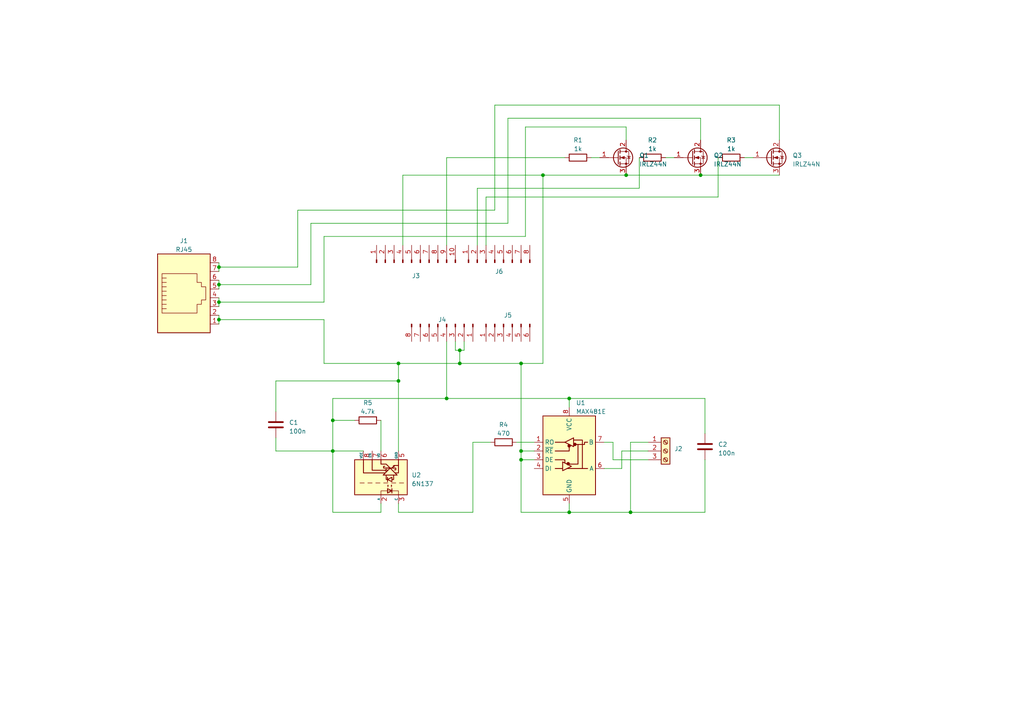
<source format=kicad_sch>
(kicad_sch (version 20230121) (generator eeschema)

  (uuid 1a0e8450-7cd1-48c4-a620-76bc1dbc1086)

  (paper "A4")

  (lib_symbols
    (symbol "Connector:Conn_01x06_Pin" (pin_names (offset 1.016) hide) (in_bom yes) (on_board yes)
      (property "Reference" "J" (at 0 7.62 0)
        (effects (font (size 1.27 1.27)))
      )
      (property "Value" "Conn_01x06_Pin" (at 0 -10.16 0)
        (effects (font (size 1.27 1.27)))
      )
      (property "Footprint" "" (at 0 0 0)
        (effects (font (size 1.27 1.27)) hide)
      )
      (property "Datasheet" "~" (at 0 0 0)
        (effects (font (size 1.27 1.27)) hide)
      )
      (property "ki_locked" "" (at 0 0 0)
        (effects (font (size 1.27 1.27)))
      )
      (property "ki_keywords" "connector" (at 0 0 0)
        (effects (font (size 1.27 1.27)) hide)
      )
      (property "ki_description" "Generic connector, single row, 01x06, script generated" (at 0 0 0)
        (effects (font (size 1.27 1.27)) hide)
      )
      (property "ki_fp_filters" "Connector*:*_1x??_*" (at 0 0 0)
        (effects (font (size 1.27 1.27)) hide)
      )
      (symbol "Conn_01x06_Pin_1_1"
        (polyline
          (pts
            (xy 1.27 -7.62)
            (xy 0.8636 -7.62)
          )
          (stroke (width 0.1524) (type default))
          (fill (type none))
        )
        (polyline
          (pts
            (xy 1.27 -5.08)
            (xy 0.8636 -5.08)
          )
          (stroke (width 0.1524) (type default))
          (fill (type none))
        )
        (polyline
          (pts
            (xy 1.27 -2.54)
            (xy 0.8636 -2.54)
          )
          (stroke (width 0.1524) (type default))
          (fill (type none))
        )
        (polyline
          (pts
            (xy 1.27 0)
            (xy 0.8636 0)
          )
          (stroke (width 0.1524) (type default))
          (fill (type none))
        )
        (polyline
          (pts
            (xy 1.27 2.54)
            (xy 0.8636 2.54)
          )
          (stroke (width 0.1524) (type default))
          (fill (type none))
        )
        (polyline
          (pts
            (xy 1.27 5.08)
            (xy 0.8636 5.08)
          )
          (stroke (width 0.1524) (type default))
          (fill (type none))
        )
        (rectangle (start 0.8636 -7.493) (end 0 -7.747)
          (stroke (width 0.1524) (type default))
          (fill (type outline))
        )
        (rectangle (start 0.8636 -4.953) (end 0 -5.207)
          (stroke (width 0.1524) (type default))
          (fill (type outline))
        )
        (rectangle (start 0.8636 -2.413) (end 0 -2.667)
          (stroke (width 0.1524) (type default))
          (fill (type outline))
        )
        (rectangle (start 0.8636 0.127) (end 0 -0.127)
          (stroke (width 0.1524) (type default))
          (fill (type outline))
        )
        (rectangle (start 0.8636 2.667) (end 0 2.413)
          (stroke (width 0.1524) (type default))
          (fill (type outline))
        )
        (rectangle (start 0.8636 5.207) (end 0 4.953)
          (stroke (width 0.1524) (type default))
          (fill (type outline))
        )
        (pin passive line (at 5.08 5.08 180) (length 3.81)
          (name "Pin_1" (effects (font (size 1.27 1.27))))
          (number "1" (effects (font (size 1.27 1.27))))
        )
        (pin passive line (at 5.08 2.54 180) (length 3.81)
          (name "Pin_2" (effects (font (size 1.27 1.27))))
          (number "2" (effects (font (size 1.27 1.27))))
        )
        (pin passive line (at 5.08 0 180) (length 3.81)
          (name "Pin_3" (effects (font (size 1.27 1.27))))
          (number "3" (effects (font (size 1.27 1.27))))
        )
        (pin passive line (at 5.08 -2.54 180) (length 3.81)
          (name "Pin_4" (effects (font (size 1.27 1.27))))
          (number "4" (effects (font (size 1.27 1.27))))
        )
        (pin passive line (at 5.08 -5.08 180) (length 3.81)
          (name "Pin_5" (effects (font (size 1.27 1.27))))
          (number "5" (effects (font (size 1.27 1.27))))
        )
        (pin passive line (at 5.08 -7.62 180) (length 3.81)
          (name "Pin_6" (effects (font (size 1.27 1.27))))
          (number "6" (effects (font (size 1.27 1.27))))
        )
      )
    )
    (symbol "Connector:Conn_01x08_Pin" (pin_names (offset 1.016) hide) (in_bom yes) (on_board yes)
      (property "Reference" "J" (at 0 10.16 0)
        (effects (font (size 1.27 1.27)))
      )
      (property "Value" "Conn_01x08_Pin" (at 0 -12.7 0)
        (effects (font (size 1.27 1.27)))
      )
      (property "Footprint" "" (at 0 0 0)
        (effects (font (size 1.27 1.27)) hide)
      )
      (property "Datasheet" "~" (at 0 0 0)
        (effects (font (size 1.27 1.27)) hide)
      )
      (property "ki_locked" "" (at 0 0 0)
        (effects (font (size 1.27 1.27)))
      )
      (property "ki_keywords" "connector" (at 0 0 0)
        (effects (font (size 1.27 1.27)) hide)
      )
      (property "ki_description" "Generic connector, single row, 01x08, script generated" (at 0 0 0)
        (effects (font (size 1.27 1.27)) hide)
      )
      (property "ki_fp_filters" "Connector*:*_1x??_*" (at 0 0 0)
        (effects (font (size 1.27 1.27)) hide)
      )
      (symbol "Conn_01x08_Pin_1_1"
        (polyline
          (pts
            (xy 1.27 -10.16)
            (xy 0.8636 -10.16)
          )
          (stroke (width 0.1524) (type default))
          (fill (type none))
        )
        (polyline
          (pts
            (xy 1.27 -7.62)
            (xy 0.8636 -7.62)
          )
          (stroke (width 0.1524) (type default))
          (fill (type none))
        )
        (polyline
          (pts
            (xy 1.27 -5.08)
            (xy 0.8636 -5.08)
          )
          (stroke (width 0.1524) (type default))
          (fill (type none))
        )
        (polyline
          (pts
            (xy 1.27 -2.54)
            (xy 0.8636 -2.54)
          )
          (stroke (width 0.1524) (type default))
          (fill (type none))
        )
        (polyline
          (pts
            (xy 1.27 0)
            (xy 0.8636 0)
          )
          (stroke (width 0.1524) (type default))
          (fill (type none))
        )
        (polyline
          (pts
            (xy 1.27 2.54)
            (xy 0.8636 2.54)
          )
          (stroke (width 0.1524) (type default))
          (fill (type none))
        )
        (polyline
          (pts
            (xy 1.27 5.08)
            (xy 0.8636 5.08)
          )
          (stroke (width 0.1524) (type default))
          (fill (type none))
        )
        (polyline
          (pts
            (xy 1.27 7.62)
            (xy 0.8636 7.62)
          )
          (stroke (width 0.1524) (type default))
          (fill (type none))
        )
        (rectangle (start 0.8636 -10.033) (end 0 -10.287)
          (stroke (width 0.1524) (type default))
          (fill (type outline))
        )
        (rectangle (start 0.8636 -7.493) (end 0 -7.747)
          (stroke (width 0.1524) (type default))
          (fill (type outline))
        )
        (rectangle (start 0.8636 -4.953) (end 0 -5.207)
          (stroke (width 0.1524) (type default))
          (fill (type outline))
        )
        (rectangle (start 0.8636 -2.413) (end 0 -2.667)
          (stroke (width 0.1524) (type default))
          (fill (type outline))
        )
        (rectangle (start 0.8636 0.127) (end 0 -0.127)
          (stroke (width 0.1524) (type default))
          (fill (type outline))
        )
        (rectangle (start 0.8636 2.667) (end 0 2.413)
          (stroke (width 0.1524) (type default))
          (fill (type outline))
        )
        (rectangle (start 0.8636 5.207) (end 0 4.953)
          (stroke (width 0.1524) (type default))
          (fill (type outline))
        )
        (rectangle (start 0.8636 7.747) (end 0 7.493)
          (stroke (width 0.1524) (type default))
          (fill (type outline))
        )
        (pin passive line (at 5.08 7.62 180) (length 3.81)
          (name "Pin_1" (effects (font (size 1.27 1.27))))
          (number "1" (effects (font (size 1.27 1.27))))
        )
        (pin passive line (at 5.08 5.08 180) (length 3.81)
          (name "Pin_2" (effects (font (size 1.27 1.27))))
          (number "2" (effects (font (size 1.27 1.27))))
        )
        (pin passive line (at 5.08 2.54 180) (length 3.81)
          (name "Pin_3" (effects (font (size 1.27 1.27))))
          (number "3" (effects (font (size 1.27 1.27))))
        )
        (pin passive line (at 5.08 0 180) (length 3.81)
          (name "Pin_4" (effects (font (size 1.27 1.27))))
          (number "4" (effects (font (size 1.27 1.27))))
        )
        (pin passive line (at 5.08 -2.54 180) (length 3.81)
          (name "Pin_5" (effects (font (size 1.27 1.27))))
          (number "5" (effects (font (size 1.27 1.27))))
        )
        (pin passive line (at 5.08 -5.08 180) (length 3.81)
          (name "Pin_6" (effects (font (size 1.27 1.27))))
          (number "6" (effects (font (size 1.27 1.27))))
        )
        (pin passive line (at 5.08 -7.62 180) (length 3.81)
          (name "Pin_7" (effects (font (size 1.27 1.27))))
          (number "7" (effects (font (size 1.27 1.27))))
        )
        (pin passive line (at 5.08 -10.16 180) (length 3.81)
          (name "Pin_8" (effects (font (size 1.27 1.27))))
          (number "8" (effects (font (size 1.27 1.27))))
        )
      )
    )
    (symbol "Connector:Conn_01x10_Pin" (pin_names (offset 1.016) hide) (in_bom yes) (on_board yes)
      (property "Reference" "J" (at 0 12.7 0)
        (effects (font (size 1.27 1.27)))
      )
      (property "Value" "Conn_01x10_Pin" (at 0 -15.24 0)
        (effects (font (size 1.27 1.27)))
      )
      (property "Footprint" "" (at 0 0 0)
        (effects (font (size 1.27 1.27)) hide)
      )
      (property "Datasheet" "~" (at 0 0 0)
        (effects (font (size 1.27 1.27)) hide)
      )
      (property "ki_locked" "" (at 0 0 0)
        (effects (font (size 1.27 1.27)))
      )
      (property "ki_keywords" "connector" (at 0 0 0)
        (effects (font (size 1.27 1.27)) hide)
      )
      (property "ki_description" "Generic connector, single row, 01x10, script generated" (at 0 0 0)
        (effects (font (size 1.27 1.27)) hide)
      )
      (property "ki_fp_filters" "Connector*:*_1x??_*" (at 0 0 0)
        (effects (font (size 1.27 1.27)) hide)
      )
      (symbol "Conn_01x10_Pin_1_1"
        (polyline
          (pts
            (xy 1.27 -12.7)
            (xy 0.8636 -12.7)
          )
          (stroke (width 0.1524) (type default))
          (fill (type none))
        )
        (polyline
          (pts
            (xy 1.27 -10.16)
            (xy 0.8636 -10.16)
          )
          (stroke (width 0.1524) (type default))
          (fill (type none))
        )
        (polyline
          (pts
            (xy 1.27 -7.62)
            (xy 0.8636 -7.62)
          )
          (stroke (width 0.1524) (type default))
          (fill (type none))
        )
        (polyline
          (pts
            (xy 1.27 -5.08)
            (xy 0.8636 -5.08)
          )
          (stroke (width 0.1524) (type default))
          (fill (type none))
        )
        (polyline
          (pts
            (xy 1.27 -2.54)
            (xy 0.8636 -2.54)
          )
          (stroke (width 0.1524) (type default))
          (fill (type none))
        )
        (polyline
          (pts
            (xy 1.27 0)
            (xy 0.8636 0)
          )
          (stroke (width 0.1524) (type default))
          (fill (type none))
        )
        (polyline
          (pts
            (xy 1.27 2.54)
            (xy 0.8636 2.54)
          )
          (stroke (width 0.1524) (type default))
          (fill (type none))
        )
        (polyline
          (pts
            (xy 1.27 5.08)
            (xy 0.8636 5.08)
          )
          (stroke (width 0.1524) (type default))
          (fill (type none))
        )
        (polyline
          (pts
            (xy 1.27 7.62)
            (xy 0.8636 7.62)
          )
          (stroke (width 0.1524) (type default))
          (fill (type none))
        )
        (polyline
          (pts
            (xy 1.27 10.16)
            (xy 0.8636 10.16)
          )
          (stroke (width 0.1524) (type default))
          (fill (type none))
        )
        (rectangle (start 0.8636 -12.573) (end 0 -12.827)
          (stroke (width 0.1524) (type default))
          (fill (type outline))
        )
        (rectangle (start 0.8636 -10.033) (end 0 -10.287)
          (stroke (width 0.1524) (type default))
          (fill (type outline))
        )
        (rectangle (start 0.8636 -7.493) (end 0 -7.747)
          (stroke (width 0.1524) (type default))
          (fill (type outline))
        )
        (rectangle (start 0.8636 -4.953) (end 0 -5.207)
          (stroke (width 0.1524) (type default))
          (fill (type outline))
        )
        (rectangle (start 0.8636 -2.413) (end 0 -2.667)
          (stroke (width 0.1524) (type default))
          (fill (type outline))
        )
        (rectangle (start 0.8636 0.127) (end 0 -0.127)
          (stroke (width 0.1524) (type default))
          (fill (type outline))
        )
        (rectangle (start 0.8636 2.667) (end 0 2.413)
          (stroke (width 0.1524) (type default))
          (fill (type outline))
        )
        (rectangle (start 0.8636 5.207) (end 0 4.953)
          (stroke (width 0.1524) (type default))
          (fill (type outline))
        )
        (rectangle (start 0.8636 7.747) (end 0 7.493)
          (stroke (width 0.1524) (type default))
          (fill (type outline))
        )
        (rectangle (start 0.8636 10.287) (end 0 10.033)
          (stroke (width 0.1524) (type default))
          (fill (type outline))
        )
        (pin passive line (at 5.08 10.16 180) (length 3.81)
          (name "Pin_1" (effects (font (size 1.27 1.27))))
          (number "1" (effects (font (size 1.27 1.27))))
        )
        (pin passive line (at 5.08 -12.7 180) (length 3.81)
          (name "Pin_10" (effects (font (size 1.27 1.27))))
          (number "10" (effects (font (size 1.27 1.27))))
        )
        (pin passive line (at 5.08 7.62 180) (length 3.81)
          (name "Pin_2" (effects (font (size 1.27 1.27))))
          (number "2" (effects (font (size 1.27 1.27))))
        )
        (pin passive line (at 5.08 5.08 180) (length 3.81)
          (name "Pin_3" (effects (font (size 1.27 1.27))))
          (number "3" (effects (font (size 1.27 1.27))))
        )
        (pin passive line (at 5.08 2.54 180) (length 3.81)
          (name "Pin_4" (effects (font (size 1.27 1.27))))
          (number "4" (effects (font (size 1.27 1.27))))
        )
        (pin passive line (at 5.08 0 180) (length 3.81)
          (name "Pin_5" (effects (font (size 1.27 1.27))))
          (number "5" (effects (font (size 1.27 1.27))))
        )
        (pin passive line (at 5.08 -2.54 180) (length 3.81)
          (name "Pin_6" (effects (font (size 1.27 1.27))))
          (number "6" (effects (font (size 1.27 1.27))))
        )
        (pin passive line (at 5.08 -5.08 180) (length 3.81)
          (name "Pin_7" (effects (font (size 1.27 1.27))))
          (number "7" (effects (font (size 1.27 1.27))))
        )
        (pin passive line (at 5.08 -7.62 180) (length 3.81)
          (name "Pin_8" (effects (font (size 1.27 1.27))))
          (number "8" (effects (font (size 1.27 1.27))))
        )
        (pin passive line (at 5.08 -10.16 180) (length 3.81)
          (name "Pin_9" (effects (font (size 1.27 1.27))))
          (number "9" (effects (font (size 1.27 1.27))))
        )
      )
    )
    (symbol "Connector:RJ45" (pin_names (offset 1.016)) (in_bom yes) (on_board yes)
      (property "Reference" "J" (at -5.08 13.97 0)
        (effects (font (size 1.27 1.27)) (justify right))
      )
      (property "Value" "RJ45" (at 2.54 13.97 0)
        (effects (font (size 1.27 1.27)) (justify left))
      )
      (property "Footprint" "" (at 0 0.635 90)
        (effects (font (size 1.27 1.27)) hide)
      )
      (property "Datasheet" "~" (at 0 0.635 90)
        (effects (font (size 1.27 1.27)) hide)
      )
      (property "ki_keywords" "8P8C RJ socket connector" (at 0 0 0)
        (effects (font (size 1.27 1.27)) hide)
      )
      (property "ki_description" "RJ connector, 8P8C (8 positions 8 connected)" (at 0 0 0)
        (effects (font (size 1.27 1.27)) hide)
      )
      (property "ki_fp_filters" "8P8C* RJ31* RJ32* RJ33* RJ34* RJ35* RJ41* RJ45* RJ49* RJ61*" (at 0 0 0)
        (effects (font (size 1.27 1.27)) hide)
      )
      (symbol "RJ45_0_1"
        (polyline
          (pts
            (xy -5.08 4.445)
            (xy -6.35 4.445)
          )
          (stroke (width 0) (type default))
          (fill (type none))
        )
        (polyline
          (pts
            (xy -5.08 5.715)
            (xy -6.35 5.715)
          )
          (stroke (width 0) (type default))
          (fill (type none))
        )
        (polyline
          (pts
            (xy -6.35 -3.175)
            (xy -5.08 -3.175)
            (xy -5.08 -3.175)
          )
          (stroke (width 0) (type default))
          (fill (type none))
        )
        (polyline
          (pts
            (xy -6.35 -1.905)
            (xy -5.08 -1.905)
            (xy -5.08 -1.905)
          )
          (stroke (width 0) (type default))
          (fill (type none))
        )
        (polyline
          (pts
            (xy -6.35 -0.635)
            (xy -5.08 -0.635)
            (xy -5.08 -0.635)
          )
          (stroke (width 0) (type default))
          (fill (type none))
        )
        (polyline
          (pts
            (xy -6.35 0.635)
            (xy -5.08 0.635)
            (xy -5.08 0.635)
          )
          (stroke (width 0) (type default))
          (fill (type none))
        )
        (polyline
          (pts
            (xy -6.35 1.905)
            (xy -5.08 1.905)
            (xy -5.08 1.905)
          )
          (stroke (width 0) (type default))
          (fill (type none))
        )
        (polyline
          (pts
            (xy -5.08 3.175)
            (xy -6.35 3.175)
            (xy -6.35 3.175)
          )
          (stroke (width 0) (type default))
          (fill (type none))
        )
        (polyline
          (pts
            (xy -6.35 -4.445)
            (xy -6.35 6.985)
            (xy 3.81 6.985)
            (xy 3.81 4.445)
            (xy 5.08 4.445)
            (xy 5.08 3.175)
            (xy 6.35 3.175)
            (xy 6.35 -0.635)
            (xy 5.08 -0.635)
            (xy 5.08 -1.905)
            (xy 3.81 -1.905)
            (xy 3.81 -4.445)
            (xy -6.35 -4.445)
            (xy -6.35 -4.445)
          )
          (stroke (width 0) (type default))
          (fill (type none))
        )
        (rectangle (start 7.62 12.7) (end -7.62 -10.16)
          (stroke (width 0.254) (type default))
          (fill (type background))
        )
      )
      (symbol "RJ45_1_1"
        (pin passive line (at 10.16 -7.62 180) (length 2.54)
          (name "~" (effects (font (size 1.27 1.27))))
          (number "1" (effects (font (size 1.27 1.27))))
        )
        (pin passive line (at 10.16 -5.08 180) (length 2.54)
          (name "~" (effects (font (size 1.27 1.27))))
          (number "2" (effects (font (size 1.27 1.27))))
        )
        (pin passive line (at 10.16 -2.54 180) (length 2.54)
          (name "~" (effects (font (size 1.27 1.27))))
          (number "3" (effects (font (size 1.27 1.27))))
        )
        (pin passive line (at 10.16 0 180) (length 2.54)
          (name "~" (effects (font (size 1.27 1.27))))
          (number "4" (effects (font (size 1.27 1.27))))
        )
        (pin passive line (at 10.16 2.54 180) (length 2.54)
          (name "~" (effects (font (size 1.27 1.27))))
          (number "5" (effects (font (size 1.27 1.27))))
        )
        (pin passive line (at 10.16 5.08 180) (length 2.54)
          (name "~" (effects (font (size 1.27 1.27))))
          (number "6" (effects (font (size 1.27 1.27))))
        )
        (pin passive line (at 10.16 7.62 180) (length 2.54)
          (name "~" (effects (font (size 1.27 1.27))))
          (number "7" (effects (font (size 1.27 1.27))))
        )
        (pin passive line (at 10.16 10.16 180) (length 2.54)
          (name "~" (effects (font (size 1.27 1.27))))
          (number "8" (effects (font (size 1.27 1.27))))
        )
      )
    )
    (symbol "Connector:Screw_Terminal_01x03" (pin_names (offset 1.016) hide) (in_bom yes) (on_board yes)
      (property "Reference" "J" (at 0 5.08 0)
        (effects (font (size 1.27 1.27)))
      )
      (property "Value" "Screw_Terminal_01x03" (at 0 -5.08 0)
        (effects (font (size 1.27 1.27)))
      )
      (property "Footprint" "" (at 0 0 0)
        (effects (font (size 1.27 1.27)) hide)
      )
      (property "Datasheet" "~" (at 0 0 0)
        (effects (font (size 1.27 1.27)) hide)
      )
      (property "ki_keywords" "screw terminal" (at 0 0 0)
        (effects (font (size 1.27 1.27)) hide)
      )
      (property "ki_description" "Generic screw terminal, single row, 01x03, script generated (kicad-library-utils/schlib/autogen/connector/)" (at 0 0 0)
        (effects (font (size 1.27 1.27)) hide)
      )
      (property "ki_fp_filters" "TerminalBlock*:*" (at 0 0 0)
        (effects (font (size 1.27 1.27)) hide)
      )
      (symbol "Screw_Terminal_01x03_1_1"
        (rectangle (start -1.27 3.81) (end 1.27 -3.81)
          (stroke (width 0.254) (type default))
          (fill (type background))
        )
        (circle (center 0 -2.54) (radius 0.635)
          (stroke (width 0.1524) (type default))
          (fill (type none))
        )
        (polyline
          (pts
            (xy -0.5334 -2.2098)
            (xy 0.3302 -3.048)
          )
          (stroke (width 0.1524) (type default))
          (fill (type none))
        )
        (polyline
          (pts
            (xy -0.5334 0.3302)
            (xy 0.3302 -0.508)
          )
          (stroke (width 0.1524) (type default))
          (fill (type none))
        )
        (polyline
          (pts
            (xy -0.5334 2.8702)
            (xy 0.3302 2.032)
          )
          (stroke (width 0.1524) (type default))
          (fill (type none))
        )
        (polyline
          (pts
            (xy -0.3556 -2.032)
            (xy 0.508 -2.8702)
          )
          (stroke (width 0.1524) (type default))
          (fill (type none))
        )
        (polyline
          (pts
            (xy -0.3556 0.508)
            (xy 0.508 -0.3302)
          )
          (stroke (width 0.1524) (type default))
          (fill (type none))
        )
        (polyline
          (pts
            (xy -0.3556 3.048)
            (xy 0.508 2.2098)
          )
          (stroke (width 0.1524) (type default))
          (fill (type none))
        )
        (circle (center 0 0) (radius 0.635)
          (stroke (width 0.1524) (type default))
          (fill (type none))
        )
        (circle (center 0 2.54) (radius 0.635)
          (stroke (width 0.1524) (type default))
          (fill (type none))
        )
        (pin passive line (at -5.08 2.54 0) (length 3.81)
          (name "Pin_1" (effects (font (size 1.27 1.27))))
          (number "1" (effects (font (size 1.27 1.27))))
        )
        (pin passive line (at -5.08 0 0) (length 3.81)
          (name "Pin_2" (effects (font (size 1.27 1.27))))
          (number "2" (effects (font (size 1.27 1.27))))
        )
        (pin passive line (at -5.08 -2.54 0) (length 3.81)
          (name "Pin_3" (effects (font (size 1.27 1.27))))
          (number "3" (effects (font (size 1.27 1.27))))
        )
      )
    )
    (symbol "Device:C" (pin_numbers hide) (pin_names (offset 0.254)) (in_bom yes) (on_board yes)
      (property "Reference" "C" (at 0.635 2.54 0)
        (effects (font (size 1.27 1.27)) (justify left))
      )
      (property "Value" "C" (at 0.635 -2.54 0)
        (effects (font (size 1.27 1.27)) (justify left))
      )
      (property "Footprint" "" (at 0.9652 -3.81 0)
        (effects (font (size 1.27 1.27)) hide)
      )
      (property "Datasheet" "~" (at 0 0 0)
        (effects (font (size 1.27 1.27)) hide)
      )
      (property "ki_keywords" "cap capacitor" (at 0 0 0)
        (effects (font (size 1.27 1.27)) hide)
      )
      (property "ki_description" "Unpolarized capacitor" (at 0 0 0)
        (effects (font (size 1.27 1.27)) hide)
      )
      (property "ki_fp_filters" "C_*" (at 0 0 0)
        (effects (font (size 1.27 1.27)) hide)
      )
      (symbol "C_0_1"
        (polyline
          (pts
            (xy -2.032 -0.762)
            (xy 2.032 -0.762)
          )
          (stroke (width 0.508) (type default))
          (fill (type none))
        )
        (polyline
          (pts
            (xy -2.032 0.762)
            (xy 2.032 0.762)
          )
          (stroke (width 0.508) (type default))
          (fill (type none))
        )
      )
      (symbol "C_1_1"
        (pin passive line (at 0 3.81 270) (length 2.794)
          (name "~" (effects (font (size 1.27 1.27))))
          (number "1" (effects (font (size 1.27 1.27))))
        )
        (pin passive line (at 0 -3.81 90) (length 2.794)
          (name "~" (effects (font (size 1.27 1.27))))
          (number "2" (effects (font (size 1.27 1.27))))
        )
      )
    )
    (symbol "Device:R" (pin_numbers hide) (pin_names (offset 0)) (in_bom yes) (on_board yes)
      (property "Reference" "R" (at 2.032 0 90)
        (effects (font (size 1.27 1.27)))
      )
      (property "Value" "R" (at 0 0 90)
        (effects (font (size 1.27 1.27)))
      )
      (property "Footprint" "" (at -1.778 0 90)
        (effects (font (size 1.27 1.27)) hide)
      )
      (property "Datasheet" "~" (at 0 0 0)
        (effects (font (size 1.27 1.27)) hide)
      )
      (property "ki_keywords" "R res resistor" (at 0 0 0)
        (effects (font (size 1.27 1.27)) hide)
      )
      (property "ki_description" "Resistor" (at 0 0 0)
        (effects (font (size 1.27 1.27)) hide)
      )
      (property "ki_fp_filters" "R_*" (at 0 0 0)
        (effects (font (size 1.27 1.27)) hide)
      )
      (symbol "R_0_1"
        (rectangle (start -1.016 -2.54) (end 1.016 2.54)
          (stroke (width 0.254) (type default))
          (fill (type none))
        )
      )
      (symbol "R_1_1"
        (pin passive line (at 0 3.81 270) (length 1.27)
          (name "~" (effects (font (size 1.27 1.27))))
          (number "1" (effects (font (size 1.27 1.27))))
        )
        (pin passive line (at 0 -3.81 90) (length 1.27)
          (name "~" (effects (font (size 1.27 1.27))))
          (number "2" (effects (font (size 1.27 1.27))))
        )
      )
    )
    (symbol "Interface_UART:MAX481E" (in_bom yes) (on_board yes)
      (property "Reference" "U" (at -6.096 11.43 0)
        (effects (font (size 1.27 1.27)))
      )
      (property "Value" "MAX481E" (at 0.762 11.43 0)
        (effects (font (size 1.27 1.27)) (justify left))
      )
      (property "Footprint" "" (at 0 -17.78 0)
        (effects (font (size 1.27 1.27)) hide)
      )
      (property "Datasheet" "https://datasheets.maximintegrated.com/en/ds/MAX1487E-MAX491E.pdf" (at 0 1.27 0)
        (effects (font (size 1.27 1.27)) hide)
      )
      (property "ki_keywords" "Half duplex RS-485/RS-422, 2.5 Mbps, ±15kV electro-static discharge (ESD) protection, no slew-rate, with low-power shutdown, with receiver/driver enable, 32 receiver drive kapacitity, DIP-8 and SOIC-8" (at 0 0 0)
        (effects (font (size 1.27 1.27)) hide)
      )
      (property "ki_description" "Half duplex RS-485/RS-422, 2.5 Mbps, ±15kV electro-static discharge (ESD) protection, no slew-rate, with low-power shutdown, with receiver/driver enable, 32 receiver drive kapacitity, DIP-8 and SOIC-8" (at 0 0 0)
        (effects (font (size 1.27 1.27)) hide)
      )
      (property "ki_fp_filters" "DIP*W7.62mm* SOIC*3.9x4.9mm*P1.27mm*" (at 0 0 0)
        (effects (font (size 1.27 1.27)) hide)
      )
      (symbol "MAX481E_0_1"
        (rectangle (start -7.62 10.16) (end 7.62 -12.7)
          (stroke (width 0.254) (type default))
          (fill (type background))
        )
        (circle (center -0.3048 -3.683) (radius 0.3556)
          (stroke (width 0.254) (type default))
          (fill (type outline))
        )
        (circle (center -0.0254 1.4986) (radius 0.3556)
          (stroke (width 0.254) (type default))
          (fill (type outline))
        )
        (polyline
          (pts
            (xy -4.064 -5.08)
            (xy -1.905 -5.08)
          )
          (stroke (width 0.254) (type default))
          (fill (type none))
        )
        (polyline
          (pts
            (xy -4.064 2.54)
            (xy -1.27 2.54)
          )
          (stroke (width 0.254) (type default))
          (fill (type none))
        )
        (polyline
          (pts
            (xy -1.27 -3.2004)
            (xy -1.27 -3.4544)
          )
          (stroke (width 0.254) (type default))
          (fill (type none))
        )
        (polyline
          (pts
            (xy -0.635 -5.08)
            (xy 5.334 -5.08)
          )
          (stroke (width 0.254) (type default))
          (fill (type none))
        )
        (polyline
          (pts
            (xy -4.064 -2.54)
            (xy -1.27 -2.54)
            (xy -1.27 -3.175)
          )
          (stroke (width 0.254) (type default))
          (fill (type none))
        )
        (polyline
          (pts
            (xy 0 1.27)
            (xy 0 0)
            (xy -4.064 0)
          )
          (stroke (width 0.254) (type default))
          (fill (type none))
        )
        (polyline
          (pts
            (xy 1.27 3.175)
            (xy 3.81 3.175)
            (xy 3.81 -5.08)
          )
          (stroke (width 0.254) (type default))
          (fill (type none))
        )
        (polyline
          (pts
            (xy 2.54 1.905)
            (xy 2.54 -3.81)
            (xy 0 -3.81)
          )
          (stroke (width 0.254) (type default))
          (fill (type none))
        )
        (polyline
          (pts
            (xy -1.905 -3.175)
            (xy -1.905 -5.715)
            (xy 0.635 -4.445)
            (xy -1.905 -3.175)
          )
          (stroke (width 0.254) (type default))
          (fill (type none))
        )
        (polyline
          (pts
            (xy -1.27 2.54)
            (xy 1.27 3.81)
            (xy 1.27 1.27)
            (xy -1.27 2.54)
          )
          (stroke (width 0.254) (type default))
          (fill (type none))
        )
        (polyline
          (pts
            (xy 1.905 1.905)
            (xy 4.445 1.905)
            (xy 4.445 2.54)
            (xy 5.334 2.54)
          )
          (stroke (width 0.254) (type default))
          (fill (type none))
        )
        (rectangle (start 1.27 3.175) (end 1.27 3.175)
          (stroke (width 0) (type default))
          (fill (type none))
        )
        (circle (center 1.651 1.905) (radius 0.3556)
          (stroke (width 0.254) (type default))
          (fill (type outline))
        )
      )
      (symbol "MAX481E_1_1"
        (pin output line (at -10.16 2.54 0) (length 2.54)
          (name "RO" (effects (font (size 1.27 1.27))))
          (number "1" (effects (font (size 1.27 1.27))))
        )
        (pin input line (at -10.16 0 0) (length 2.54)
          (name "~{RE}" (effects (font (size 1.27 1.27))))
          (number "2" (effects (font (size 1.27 1.27))))
        )
        (pin input line (at -10.16 -2.54 0) (length 2.54)
          (name "DE" (effects (font (size 1.27 1.27))))
          (number "3" (effects (font (size 1.27 1.27))))
        )
        (pin input line (at -10.16 -5.08 0) (length 2.54)
          (name "DI" (effects (font (size 1.27 1.27))))
          (number "4" (effects (font (size 1.27 1.27))))
        )
        (pin power_in line (at 0 -15.24 90) (length 2.54)
          (name "GND" (effects (font (size 1.27 1.27))))
          (number "5" (effects (font (size 1.27 1.27))))
        )
        (pin bidirectional line (at 10.16 -5.08 180) (length 2.54)
          (name "A" (effects (font (size 1.27 1.27))))
          (number "6" (effects (font (size 1.27 1.27))))
        )
        (pin bidirectional line (at 10.16 2.54 180) (length 2.54)
          (name "B" (effects (font (size 1.27 1.27))))
          (number "7" (effects (font (size 1.27 1.27))))
        )
        (pin power_in line (at 0 12.7 270) (length 2.54)
          (name "VCC" (effects (font (size 1.27 1.27))))
          (number "8" (effects (font (size 1.27 1.27))))
        )
      )
    )
    (symbol "Isolator:6N137" (pin_names (offset 0)) (in_bom yes) (on_board yes)
      (property "Reference" "U" (at -4.064 8.89 0)
        (effects (font (size 1.27 1.27)))
      )
      (property "Value" "6N137" (at 0 -8.89 0)
        (effects (font (size 1.27 1.27)))
      )
      (property "Footprint" "Package_DIP:DIP-8_W7.62mm" (at 0 -12.7 0)
        (effects (font (size 1.27 1.27)) hide)
      )
      (property "Datasheet" "https://docs.broadcom.com/docs/AV02-0940EN" (at -21.59 13.97 0)
        (effects (font (size 1.27 1.27)) hide)
      )
      (property "ki_keywords" "High speed optically coupled gates enable" (at 0 0 0)
        (effects (font (size 1.27 1.27)) hide)
      )
      (property "ki_description" "Single High Speed LSTTL/TTL Compatible Optocoupler with enable, dV/dt 1000/us, VCM 10, max 7V VCC, DIP-8" (at 0 0 0)
        (effects (font (size 1.27 1.27)) hide)
      )
      (property "ki_fp_filters" "DIP*W7.62mm*" (at 0 0 0)
        (effects (font (size 1.27 1.27)) hide)
      )
      (symbol "6N137_0_1"
        (polyline
          (pts
            (xy 2.667 -3.556)
            (xy 2.667 -1.651)
          )
          (stroke (width 0.254) (type default))
          (fill (type none))
        )
        (polyline
          (pts
            (xy 2.667 -2.159)
            (xy 2.667 -2.921)
          )
          (stroke (width 0.254) (type default))
          (fill (type none))
        )
        (polyline
          (pts
            (xy 3.429 -3.937)
            (xy 3.429 -5.08)
          )
          (stroke (width 0.254) (type default))
          (fill (type none))
        )
        (polyline
          (pts
            (xy -0.635 -3.302)
            (xy -0.635 -3.683)
            (xy 0.635 -3.683)
          )
          (stroke (width 0.254) (type default))
          (fill (type none))
        )
        (polyline
          (pts
            (xy -0.635 -1.905)
            (xy -0.635 -1.524)
            (xy 0.508 -1.524)
          )
          (stroke (width 0.254) (type default))
          (fill (type none))
        )
        (polyline
          (pts
            (xy 1.27 -4.064)
            (xy 1.27 -5.08)
            (xy 5.08 -5.08)
          )
          (stroke (width 0.254) (type default))
          (fill (type none))
        )
        (polyline
          (pts
            (xy 1.27 -1.27)
            (xy 1.27 5.08)
            (xy 5.08 5.08)
          )
          (stroke (width 0.254) (type default))
          (fill (type none))
        )
        (polyline
          (pts
            (xy 2.032 -1.27)
            (xy 2.032 2.54)
            (xy 5.08 2.54)
          )
          (stroke (width 0.254) (type default))
          (fill (type none))
        )
        (polyline
          (pts
            (xy -5.08 -5.08)
            (xy -3.937 -5.08)
            (xy -3.937 0)
            (xy -5.08 0)
          )
          (stroke (width 0) (type default))
          (fill (type none))
        )
        (polyline
          (pts
            (xy 2.667 -3.302)
            (xy 2.667 -4.318)
            (xy 2.159 -4.318)
            (xy 2.159 -3.937)
          )
          (stroke (width 0.254) (type default))
          (fill (type none))
        )
        (polyline
          (pts
            (xy 2.667 -2.667)
            (xy 0.635 -4.699)
            (xy 0.635 -0.635)
            (xy 2.667 -2.667)
          )
          (stroke (width 0.254) (type default))
          (fill (type none))
        )
        (polyline
          (pts
            (xy 2.667 -1.778)
            (xy 2.667 -0.762)
            (xy 3.175 -0.762)
            (xy 3.175 -1.143)
          )
          (stroke (width 0.254) (type default))
          (fill (type none))
        )
        (polyline
          (pts
            (xy 2.794 -2.54)
            (xy 3.81 -1.524)
            (xy 3.81 0)
            (xy 5.08 0)
          )
          (stroke (width 0.254) (type default))
          (fill (type none))
        )
        (polyline
          (pts
            (xy 2.667 -3.175)
            (xy 3.429 -3.937)
            (xy 3.302 -3.556)
            (xy 3.048 -3.81)
            (xy 3.429 -3.937)
          )
          (stroke (width 0.254) (type default))
          (fill (type none))
        )
        (circle (center 2.032 -1.524) (radius 0.254)
          (stroke (width 0.254) (type default))
          (fill (type none))
        )
      )
      (symbol "6N137_1_1"
        (rectangle (start -5.08 7.62) (end 5.08 -7.62)
          (stroke (width 0.254) (type default))
          (fill (type background))
        )
        (polyline
          (pts
            (xy -4.572 -3.175)
            (xy -3.302 -3.175)
          )
          (stroke (width 0.254) (type default))
          (fill (type none))
        )
        (polyline
          (pts
            (xy -1.651 -5.334)
            (xy -1.651 -6.604)
          )
          (stroke (width 0) (type default))
          (fill (type none))
        )
        (polyline
          (pts
            (xy -1.651 -3.048)
            (xy -1.651 -4.318)
          )
          (stroke (width 0) (type default))
          (fill (type none))
        )
        (polyline
          (pts
            (xy -1.651 -0.762)
            (xy -1.651 -2.032)
          )
          (stroke (width 0) (type default))
          (fill (type none))
        )
        (polyline
          (pts
            (xy -1.651 1.524)
            (xy -1.651 0.254)
          )
          (stroke (width 0) (type default))
          (fill (type none))
        )
        (polyline
          (pts
            (xy -1.651 3.81)
            (xy -1.651 2.54)
          )
          (stroke (width 0) (type default))
          (fill (type none))
        )
        (polyline
          (pts
            (xy -1.651 6.096)
            (xy -1.651 4.826)
          )
          (stroke (width 0) (type default))
          (fill (type none))
        )
        (polyline
          (pts
            (xy -1.27 -1.905)
            (xy 0 -1.905)
          )
          (stroke (width 0.254) (type default))
          (fill (type none))
        )
        (polyline
          (pts
            (xy -3.937 -3.175)
            (xy -4.572 -1.905)
            (xy -3.302 -1.905)
            (xy -3.937 -3.175)
          )
          (stroke (width 0.254) (type default))
          (fill (type none))
        )
        (polyline
          (pts
            (xy -0.635 -1.905)
            (xy -1.27 -3.175)
            (xy 0 -3.175)
            (xy -0.635 -1.905)
          )
          (stroke (width 0.254) (type default))
          (fill (type none))
        )
        (polyline
          (pts
            (xy -2.921 -3.048)
            (xy -2.159 -3.048)
            (xy -2.54 -3.175)
            (xy -2.54 -2.921)
            (xy -2.159 -3.048)
          )
          (stroke (width 0.127) (type default))
          (fill (type none))
        )
        (polyline
          (pts
            (xy -2.921 -2.032)
            (xy -2.159 -2.032)
            (xy -2.54 -2.159)
            (xy -2.54 -1.905)
            (xy -2.159 -2.032)
          )
          (stroke (width 0.127) (type default))
          (fill (type none))
        )
        (pin no_connect line (at -5.08 5.08 0) (length 2.54) hide
          (name "NC" (effects (font (size 0.635 0.635))))
          (number "1" (effects (font (size 1.27 1.27))))
        )
        (pin passive line (at -7.62 0 0) (length 2.54)
          (name "A" (effects (font (size 0.635 0.635))))
          (number "2" (effects (font (size 1.27 1.27))))
        )
        (pin passive line (at -7.62 -5.08 0) (length 2.54)
          (name "C" (effects (font (size 0.635 0.635))))
          (number "3" (effects (font (size 1.27 1.27))))
        )
        (pin power_in line (at 7.62 -5.08 180) (length 2.54)
          (name "GND" (effects (font (size 0.635 0.635))))
          (number "5" (effects (font (size 1.27 1.27))))
        )
        (pin open_collector line (at 7.62 0 180) (length 2.54)
          (name "VO" (effects (font (size 0.635 0.635))))
          (number "6" (effects (font (size 1.27 1.27))))
        )
        (pin input line (at 7.62 2.54 180) (length 2.54)
          (name "EN" (effects (font (size 0.635 0.635))))
          (number "7" (effects (font (size 1.27 1.27))))
        )
        (pin power_in line (at 7.62 5.08 180) (length 2.54)
          (name "VCC" (effects (font (size 0.635 0.635))))
          (number "8" (effects (font (size 1.27 1.27))))
        )
      )
    )
    (symbol "Transistor_FET:IRLZ44N" (pin_names hide) (in_bom yes) (on_board yes)
      (property "Reference" "Q" (at 6.35 1.905 0)
        (effects (font (size 1.27 1.27)) (justify left))
      )
      (property "Value" "IRLZ44N" (at 6.35 0 0)
        (effects (font (size 1.27 1.27)) (justify left))
      )
      (property "Footprint" "Package_TO_SOT_THT:TO-220-3_Vertical" (at 6.35 -1.905 0)
        (effects (font (size 1.27 1.27) italic) (justify left) hide)
      )
      (property "Datasheet" "http://www.irf.com/product-info/datasheets/data/irlz44n.pdf" (at 0 0 0)
        (effects (font (size 1.27 1.27)) (justify left) hide)
      )
      (property "ki_keywords" "N-Channel HEXFET MOSFET Logic-Level" (at 0 0 0)
        (effects (font (size 1.27 1.27)) hide)
      )
      (property "ki_description" "47A Id, 55V Vds, 22mOhm Rds Single N-Channel HEXFET Power MOSFET, TO-220AB" (at 0 0 0)
        (effects (font (size 1.27 1.27)) hide)
      )
      (property "ki_fp_filters" "TO?220*" (at 0 0 0)
        (effects (font (size 1.27 1.27)) hide)
      )
      (symbol "IRLZ44N_0_1"
        (polyline
          (pts
            (xy 0.254 0)
            (xy -2.54 0)
          )
          (stroke (width 0) (type default))
          (fill (type none))
        )
        (polyline
          (pts
            (xy 0.254 1.905)
            (xy 0.254 -1.905)
          )
          (stroke (width 0.254) (type default))
          (fill (type none))
        )
        (polyline
          (pts
            (xy 0.762 -1.27)
            (xy 0.762 -2.286)
          )
          (stroke (width 0.254) (type default))
          (fill (type none))
        )
        (polyline
          (pts
            (xy 0.762 0.508)
            (xy 0.762 -0.508)
          )
          (stroke (width 0.254) (type default))
          (fill (type none))
        )
        (polyline
          (pts
            (xy 0.762 2.286)
            (xy 0.762 1.27)
          )
          (stroke (width 0.254) (type default))
          (fill (type none))
        )
        (polyline
          (pts
            (xy 2.54 2.54)
            (xy 2.54 1.778)
          )
          (stroke (width 0) (type default))
          (fill (type none))
        )
        (polyline
          (pts
            (xy 2.54 -2.54)
            (xy 2.54 0)
            (xy 0.762 0)
          )
          (stroke (width 0) (type default))
          (fill (type none))
        )
        (polyline
          (pts
            (xy 0.762 -1.778)
            (xy 3.302 -1.778)
            (xy 3.302 1.778)
            (xy 0.762 1.778)
          )
          (stroke (width 0) (type default))
          (fill (type none))
        )
        (polyline
          (pts
            (xy 1.016 0)
            (xy 2.032 0.381)
            (xy 2.032 -0.381)
            (xy 1.016 0)
          )
          (stroke (width 0) (type default))
          (fill (type outline))
        )
        (polyline
          (pts
            (xy 2.794 0.508)
            (xy 2.921 0.381)
            (xy 3.683 0.381)
            (xy 3.81 0.254)
          )
          (stroke (width 0) (type default))
          (fill (type none))
        )
        (polyline
          (pts
            (xy 3.302 0.381)
            (xy 2.921 -0.254)
            (xy 3.683 -0.254)
            (xy 3.302 0.381)
          )
          (stroke (width 0) (type default))
          (fill (type none))
        )
        (circle (center 1.651 0) (radius 2.794)
          (stroke (width 0.254) (type default))
          (fill (type none))
        )
        (circle (center 2.54 -1.778) (radius 0.254)
          (stroke (width 0) (type default))
          (fill (type outline))
        )
        (circle (center 2.54 1.778) (radius 0.254)
          (stroke (width 0) (type default))
          (fill (type outline))
        )
      )
      (symbol "IRLZ44N_1_1"
        (pin input line (at -5.08 0 0) (length 2.54)
          (name "G" (effects (font (size 1.27 1.27))))
          (number "1" (effects (font (size 1.27 1.27))))
        )
        (pin passive line (at 2.54 5.08 270) (length 2.54)
          (name "D" (effects (font (size 1.27 1.27))))
          (number "2" (effects (font (size 1.27 1.27))))
        )
        (pin passive line (at 2.54 -5.08 90) (length 2.54)
          (name "S" (effects (font (size 1.27 1.27))))
          (number "3" (effects (font (size 1.27 1.27))))
        )
      )
    )
  )

  (junction (at 151.13 133.35) (diameter 0) (color 0 0 0 0)
    (uuid 028c61f6-a9a9-424e-a3fb-6422fd8542be)
  )
  (junction (at 165.1 148.59) (diameter 0) (color 0 0 0 0)
    (uuid 0b555219-ecee-4714-a9be-bcca577f8a30)
  )
  (junction (at 182.88 148.59) (diameter 0) (color 0 0 0 0)
    (uuid 0fd58e55-9d70-4c2c-97c4-2d39bb53893d)
  )
  (junction (at 157.48 50.8) (diameter 0) (color 0 0 0 0)
    (uuid 22984e7c-a753-404a-8af4-65c783583b29)
  )
  (junction (at 63.5 82.55) (diameter 0) (color 0 0 0 0)
    (uuid 22d1e0d5-b7ac-4f17-9b39-06b1e0a96ff9)
  )
  (junction (at 96.52 121.92) (diameter 0) (color 0 0 0 0)
    (uuid 358246f2-c152-40f8-ac62-28ce09d0e95d)
  )
  (junction (at 63.5 77.47) (diameter 0) (color 0 0 0 0)
    (uuid 3bfe73b8-68a0-4270-a4e9-13cdd2c48704)
  )
  (junction (at 115.57 105.41) (diameter 0) (color 0 0 0 0)
    (uuid 45f97a5a-8515-4ed9-bb39-14f5647b8e7d)
  )
  (junction (at 129.54 115.57) (diameter 0) (color 0 0 0 0)
    (uuid 4e4b8113-4a33-4b9f-851b-8b431ddeb446)
  )
  (junction (at 165.1 115.57) (diameter 0) (color 0 0 0 0)
    (uuid 5cd62e3b-c99f-4a03-86d6-476a6f12454f)
  )
  (junction (at 151.13 130.81) (diameter 0) (color 0 0 0 0)
    (uuid 62728f29-e218-4015-a98d-a48cfb60ae84)
  )
  (junction (at 63.5 87.63) (diameter 0) (color 0 0 0 0)
    (uuid 763f29c0-8285-4649-be37-f19dd23b0a08)
  )
  (junction (at 133.35 101.6) (diameter 0) (color 0 0 0 0)
    (uuid 90ede8fb-10c0-4aca-a90e-d82742ed2274)
  )
  (junction (at 181.61 50.8) (diameter 0) (color 0 0 0 0)
    (uuid ad5e64f0-954d-4a8e-84a6-1914b8956e0e)
  )
  (junction (at 96.52 130.81) (diameter 0) (color 0 0 0 0)
    (uuid add95ce7-0f46-4123-a434-86f33a4f9dcf)
  )
  (junction (at 151.13 105.41) (diameter 0) (color 0 0 0 0)
    (uuid da49e078-745a-4c33-a30a-032a0c609a8c)
  )
  (junction (at 203.2 50.8) (diameter 0) (color 0 0 0 0)
    (uuid e9d80312-34ed-47a5-9592-948bfb2153c6)
  )
  (junction (at 115.57 110.49) (diameter 0) (color 0 0 0 0)
    (uuid f1744082-a750-4d40-acd9-c61e8d368def)
  )
  (junction (at 133.35 105.41) (diameter 0) (color 0 0 0 0)
    (uuid ff75df9c-2ad5-4b50-bbd2-84dc9ebe04e9)
  )
  (junction (at 63.5 92.71) (diameter 0) (color 0 0 0 0)
    (uuid ffe2e60f-867c-4b53-9603-20e1542cf71e)
  )

  (wire (pts (xy 63.5 87.63) (xy 93.98 87.63))
    (stroke (width 0) (type default))
    (uuid 013fd984-7bec-400b-8852-7abb85d961b8)
  )
  (wire (pts (xy 63.5 81.28) (xy 63.5 82.55))
    (stroke (width 0) (type default))
    (uuid 0195a9bb-37bd-4255-b9eb-9bad9e4f82fa)
  )
  (wire (pts (xy 165.1 118.11) (xy 165.1 115.57))
    (stroke (width 0) (type default))
    (uuid 02da4f4f-e75e-489a-968e-400d2eb6b3df)
  )
  (wire (pts (xy 115.57 105.41) (xy 115.57 110.49))
    (stroke (width 0) (type default))
    (uuid 040f3c2a-21f2-4540-8822-b080472fea3f)
  )
  (wire (pts (xy 115.57 148.59) (xy 115.57 146.05))
    (stroke (width 0) (type default))
    (uuid 04fd14e5-4f6a-4977-bb12-fdc25603e932)
  )
  (wire (pts (xy 180.34 130.81) (xy 187.96 130.81))
    (stroke (width 0) (type default))
    (uuid 08469286-ef35-4484-b1ed-c59c8a6371e8)
  )
  (wire (pts (xy 115.57 110.49) (xy 115.57 130.81))
    (stroke (width 0) (type default))
    (uuid 08a55800-8f50-4d82-ba70-00a786e22666)
  )
  (wire (pts (xy 93.98 105.41) (xy 115.57 105.41))
    (stroke (width 0) (type default))
    (uuid 095f8dcd-2494-41c1-9286-799a5506ec99)
  )
  (wire (pts (xy 93.98 92.71) (xy 93.98 105.41))
    (stroke (width 0) (type default))
    (uuid 0cf51f88-0b2e-4408-aa8d-9c0e903dfd34)
  )
  (wire (pts (xy 203.2 40.64) (xy 203.2 34.29))
    (stroke (width 0) (type default))
    (uuid 0d0fa1d1-c667-4a3b-a60a-f5f55c48ab98)
  )
  (wire (pts (xy 140.97 57.15) (xy 140.97 71.12))
    (stroke (width 0) (type default))
    (uuid 135278d5-3629-4639-9d41-fd5de369c742)
  )
  (wire (pts (xy 143.51 60.96) (xy 143.51 30.48))
    (stroke (width 0) (type default))
    (uuid 1ee34a36-60d3-4fa0-9ce4-453323af99b9)
  )
  (wire (pts (xy 129.54 115.57) (xy 165.1 115.57))
    (stroke (width 0) (type default))
    (uuid 2610e1ae-5f58-490b-a918-71853250b322)
  )
  (wire (pts (xy 63.5 86.36) (xy 63.5 87.63))
    (stroke (width 0) (type default))
    (uuid 2d02be6e-80ef-4538-aac7-96a02fd86161)
  )
  (wire (pts (xy 142.24 128.27) (xy 137.16 128.27))
    (stroke (width 0) (type default))
    (uuid 2ecf09e2-090b-41a5-a51f-6a6c2218e3a4)
  )
  (wire (pts (xy 181.61 50.8) (xy 157.48 50.8))
    (stroke (width 0) (type default))
    (uuid 33b77690-c376-4398-8cfe-a5938fd3d473)
  )
  (wire (pts (xy 132.08 99.06) (xy 132.08 101.6))
    (stroke (width 0) (type default))
    (uuid 3509884d-abb1-4726-8718-e2548a1c1be8)
  )
  (wire (pts (xy 96.52 148.59) (xy 96.52 130.81))
    (stroke (width 0) (type default))
    (uuid 3dac1660-229b-43e2-ac15-32297977092d)
  )
  (wire (pts (xy 133.35 101.6) (xy 133.35 105.41))
    (stroke (width 0) (type default))
    (uuid 40dba97a-28b2-4682-8cc9-7d275b2816e7)
  )
  (wire (pts (xy 151.13 133.35) (xy 154.94 133.35))
    (stroke (width 0) (type default))
    (uuid 41f0ffae-1cb5-40cf-b805-73aed1995e50)
  )
  (wire (pts (xy 149.86 128.27) (xy 154.94 128.27))
    (stroke (width 0) (type default))
    (uuid 42e56dcb-addc-4db2-9636-3d373f358ea1)
  )
  (wire (pts (xy 208.28 57.15) (xy 208.28 45.72))
    (stroke (width 0) (type default))
    (uuid 45f90303-f39f-4bef-9e06-b6366c0cc272)
  )
  (wire (pts (xy 93.98 68.58) (xy 152.4 68.58))
    (stroke (width 0) (type default))
    (uuid 46bcd149-194f-4974-9841-f11e36d4f173)
  )
  (wire (pts (xy 129.54 45.72) (xy 163.83 45.72))
    (stroke (width 0) (type default))
    (uuid 48f74e21-e183-49e7-8907-64426b42252c)
  )
  (wire (pts (xy 80.01 110.49) (xy 115.57 110.49))
    (stroke (width 0) (type default))
    (uuid 4965429c-909c-4089-96c1-d5b4f93dd4ed)
  )
  (wire (pts (xy 181.61 50.8) (xy 203.2 50.8))
    (stroke (width 0) (type default))
    (uuid 4998bbeb-1750-432a-81e5-36212f986c41)
  )
  (wire (pts (xy 134.62 101.6) (xy 133.35 101.6))
    (stroke (width 0) (type default))
    (uuid 4a898364-915e-46f8-b9ce-c9120a8893ec)
  )
  (wire (pts (xy 134.62 99.06) (xy 134.62 101.6))
    (stroke (width 0) (type default))
    (uuid 4fd58015-31a1-44f3-9415-309f8de9c548)
  )
  (wire (pts (xy 165.1 146.05) (xy 165.1 148.59))
    (stroke (width 0) (type default))
    (uuid 51837aa3-856c-4a7d-bbc6-c479c516c565)
  )
  (wire (pts (xy 204.47 115.57) (xy 204.47 125.73))
    (stroke (width 0) (type default))
    (uuid 519042f5-4f04-479f-8246-34d6cb0493a8)
  )
  (wire (pts (xy 80.01 110.49) (xy 80.01 119.38))
    (stroke (width 0) (type default))
    (uuid 57b11206-79d1-4998-a37b-655e5c9a235b)
  )
  (wire (pts (xy 140.97 57.15) (xy 208.28 57.15))
    (stroke (width 0) (type default))
    (uuid 5ba7ffdc-5654-43c4-abff-b166631e5709)
  )
  (wire (pts (xy 181.61 36.83) (xy 181.61 40.64))
    (stroke (width 0) (type default))
    (uuid 5cf32870-d616-45e9-b547-ed72be04c1c3)
  )
  (wire (pts (xy 110.49 146.05) (xy 110.49 148.59))
    (stroke (width 0) (type default))
    (uuid 5f55d072-d912-4937-bed3-1af397a02397)
  )
  (wire (pts (xy 110.49 148.59) (xy 96.52 148.59))
    (stroke (width 0) (type default))
    (uuid 5f78a968-11f9-4fbb-8383-0a76574b7210)
  )
  (wire (pts (xy 80.01 127) (xy 80.01 130.81))
    (stroke (width 0) (type default))
    (uuid 61cf185f-c286-4937-9e7d-238d076b77b2)
  )
  (wire (pts (xy 177.8 128.27) (xy 175.26 128.27))
    (stroke (width 0) (type default))
    (uuid 6377afe6-18bb-4a08-ba17-edca2a54a06a)
  )
  (wire (pts (xy 129.54 99.06) (xy 129.54 115.57))
    (stroke (width 0) (type default))
    (uuid 6468f759-81ef-4936-9101-2eef2ed5a045)
  )
  (wire (pts (xy 63.5 91.44) (xy 63.5 92.71))
    (stroke (width 0) (type default))
    (uuid 64b69bcc-0a54-400a-b355-7d00abfbd3e8)
  )
  (wire (pts (xy 129.54 45.72) (xy 129.54 71.12))
    (stroke (width 0) (type default))
    (uuid 64de79d9-0f32-4e20-8560-e1659384e6c7)
  )
  (wire (pts (xy 226.06 30.48) (xy 226.06 40.64))
    (stroke (width 0) (type default))
    (uuid 6b4ec86f-f78a-4a53-bed8-48487a1ae98b)
  )
  (wire (pts (xy 63.5 92.71) (xy 63.5 93.98))
    (stroke (width 0) (type default))
    (uuid 6febfd8d-ef61-4d13-b43a-3bbf36d1a796)
  )
  (wire (pts (xy 182.88 128.27) (xy 182.88 148.59))
    (stroke (width 0) (type default))
    (uuid 737b8404-8e78-472f-94b2-3e91bf6d6c84)
  )
  (wire (pts (xy 180.34 135.89) (xy 180.34 130.81))
    (stroke (width 0) (type default))
    (uuid 750770ac-ff13-4a0c-b9ad-14589dd05ecd)
  )
  (wire (pts (xy 171.45 45.72) (xy 173.99 45.72))
    (stroke (width 0) (type default))
    (uuid 766ada7d-925e-47bb-9ac2-7a3cd88deb55)
  )
  (wire (pts (xy 63.5 82.55) (xy 63.5 83.82))
    (stroke (width 0) (type default))
    (uuid 771d6bf5-1bc7-4860-bed7-548edcb195bf)
  )
  (wire (pts (xy 115.57 105.41) (xy 133.35 105.41))
    (stroke (width 0) (type default))
    (uuid 7da670f9-2828-4555-b668-03c13378abd6)
  )
  (wire (pts (xy 138.43 54.61) (xy 185.42 54.61))
    (stroke (width 0) (type default))
    (uuid 8091f383-ba70-4a3f-974a-9550ffe466b4)
  )
  (wire (pts (xy 147.32 34.29) (xy 147.32 64.77))
    (stroke (width 0) (type default))
    (uuid 82902e59-2fab-4016-a671-6237c946611f)
  )
  (wire (pts (xy 105.41 130.81) (xy 96.52 130.81))
    (stroke (width 0) (type default))
    (uuid 835ddf66-64fa-495c-bcfb-b738020abb3a)
  )
  (wire (pts (xy 63.5 76.2) (xy 63.5 77.47))
    (stroke (width 0) (type default))
    (uuid 83a42281-a71b-4cf2-acbd-ae779d7fc36f)
  )
  (wire (pts (xy 165.1 148.59) (xy 182.88 148.59))
    (stroke (width 0) (type default))
    (uuid 87e0e7d5-c1a9-4558-a80f-c236c011396f)
  )
  (wire (pts (xy 96.52 115.57) (xy 129.54 115.57))
    (stroke (width 0) (type default))
    (uuid 888ad7c2-9c72-4fd0-b33a-c96fdb4d15c2)
  )
  (wire (pts (xy 151.13 130.81) (xy 151.13 105.41))
    (stroke (width 0) (type default))
    (uuid 8beb2ea4-9220-4f36-978c-6a2153794132)
  )
  (wire (pts (xy 96.52 130.81) (xy 80.01 130.81))
    (stroke (width 0) (type default))
    (uuid 9093e5fa-edfa-401e-88f4-719ba73cb1c2)
  )
  (wire (pts (xy 193.04 45.72) (xy 195.58 45.72))
    (stroke (width 0) (type default))
    (uuid 920b52a1-1150-4dae-a27c-b05563d25107)
  )
  (wire (pts (xy 63.5 77.47) (xy 86.36 77.47))
    (stroke (width 0) (type default))
    (uuid 945f5b68-8544-4b1e-8d44-d24142444626)
  )
  (wire (pts (xy 151.13 133.35) (xy 151.13 148.59))
    (stroke (width 0) (type default))
    (uuid 9bb85af5-68e4-4f9e-878e-4b56ccb30907)
  )
  (wire (pts (xy 137.16 128.27) (xy 137.16 148.59))
    (stroke (width 0) (type default))
    (uuid 9c8b3b05-52a9-48ab-9274-efcbd33c390a)
  )
  (wire (pts (xy 185.42 45.72) (xy 185.42 54.61))
    (stroke (width 0) (type default))
    (uuid 9dbfef92-f595-4fcf-a485-2ae751eb8f26)
  )
  (wire (pts (xy 165.1 148.59) (xy 151.13 148.59))
    (stroke (width 0) (type default))
    (uuid a32dae45-250c-4e45-983c-f13ad41add44)
  )
  (wire (pts (xy 63.5 92.71) (xy 93.98 92.71))
    (stroke (width 0) (type default))
    (uuid a4b2f651-664d-42bf-9086-cab34799d44f)
  )
  (wire (pts (xy 116.84 71.12) (xy 116.84 50.8))
    (stroke (width 0) (type default))
    (uuid a5921729-757c-4810-94ab-4cc9b2b45782)
  )
  (wire (pts (xy 86.36 60.96) (xy 143.51 60.96))
    (stroke (width 0) (type default))
    (uuid abecb518-3d84-404f-9f4e-8f0b01fb8f78)
  )
  (wire (pts (xy 96.52 121.92) (xy 96.52 115.57))
    (stroke (width 0) (type default))
    (uuid adaa9d9b-4a06-461e-ae54-6b0fb656aa70)
  )
  (wire (pts (xy 152.4 68.58) (xy 152.4 36.83))
    (stroke (width 0) (type default))
    (uuid ae444529-7331-4568-8492-56ac66ce1650)
  )
  (wire (pts (xy 143.51 30.48) (xy 226.06 30.48))
    (stroke (width 0) (type default))
    (uuid ae9efe58-9bfe-47c7-b3f7-2f7748476385)
  )
  (wire (pts (xy 93.98 87.63) (xy 93.98 68.58))
    (stroke (width 0) (type default))
    (uuid b403d70b-44f5-470a-b5d1-debe97d86715)
  )
  (wire (pts (xy 90.17 64.77) (xy 90.17 82.55))
    (stroke (width 0) (type default))
    (uuid c1429ef5-ff39-4c38-9eb0-a6cb2325a9c3)
  )
  (wire (pts (xy 165.1 115.57) (xy 204.47 115.57))
    (stroke (width 0) (type default))
    (uuid c42e83cd-fe68-433c-ac15-7b3c198c3f5e)
  )
  (wire (pts (xy 63.5 77.47) (xy 63.5 78.74))
    (stroke (width 0) (type default))
    (uuid c90d6b21-543a-42d1-8cbd-fd4cbbd12b36)
  )
  (wire (pts (xy 203.2 34.29) (xy 147.32 34.29))
    (stroke (width 0) (type default))
    (uuid c94f387d-988d-404a-b4c3-5742d7bce65c)
  )
  (wire (pts (xy 151.13 130.81) (xy 154.94 130.81))
    (stroke (width 0) (type default))
    (uuid cb599a0c-cd6a-482a-a9ba-a42ca690b071)
  )
  (wire (pts (xy 203.2 50.8) (xy 226.06 50.8))
    (stroke (width 0) (type default))
    (uuid cb60af0a-14f0-4a4e-80b6-024d44c7b9e1)
  )
  (wire (pts (xy 133.35 101.6) (xy 132.08 101.6))
    (stroke (width 0) (type default))
    (uuid cb628015-7a16-4867-9258-0195c4b89d57)
  )
  (wire (pts (xy 177.8 133.35) (xy 177.8 128.27))
    (stroke (width 0) (type default))
    (uuid ce08aa27-909a-442b-8eed-e6e85df3787b)
  )
  (wire (pts (xy 63.5 87.63) (xy 63.5 88.9))
    (stroke (width 0) (type default))
    (uuid ce82db20-2665-4af2-9364-c665a286a29c)
  )
  (wire (pts (xy 151.13 105.41) (xy 157.48 105.41))
    (stroke (width 0) (type default))
    (uuid cf9d5af9-92e1-4da5-a229-811fcfb772a4)
  )
  (wire (pts (xy 157.48 50.8) (xy 157.48 105.41))
    (stroke (width 0) (type default))
    (uuid cfd5b56f-3aee-4502-b85b-b2114ff1729f)
  )
  (wire (pts (xy 182.88 128.27) (xy 187.96 128.27))
    (stroke (width 0) (type default))
    (uuid d1137a5d-338f-4922-af35-002b8ac2672c)
  )
  (wire (pts (xy 215.9 45.72) (xy 218.44 45.72))
    (stroke (width 0) (type default))
    (uuid d4ea63ee-75ea-4937-aa11-6f357306a6cc)
  )
  (wire (pts (xy 147.32 64.77) (xy 90.17 64.77))
    (stroke (width 0) (type default))
    (uuid d5f0ecfa-3eeb-4823-9f01-8d1bb3fa3f03)
  )
  (wire (pts (xy 204.47 133.35) (xy 204.47 148.59))
    (stroke (width 0) (type default))
    (uuid d9ec8dbe-6b7e-46b3-9f16-42b70e918b14)
  )
  (wire (pts (xy 137.16 148.59) (xy 115.57 148.59))
    (stroke (width 0) (type default))
    (uuid de8ac232-b915-4897-b8a0-1db5b3dc20ac)
  )
  (wire (pts (xy 182.88 148.59) (xy 204.47 148.59))
    (stroke (width 0) (type default))
    (uuid df099368-d274-4b11-af9d-b7ca7c071878)
  )
  (wire (pts (xy 152.4 36.83) (xy 181.61 36.83))
    (stroke (width 0) (type default))
    (uuid dff0601d-0fc1-4411-bbae-30c3eafeaebf)
  )
  (wire (pts (xy 138.43 54.61) (xy 138.43 71.12))
    (stroke (width 0) (type default))
    (uuid e1eec87d-5ef2-44d5-a33d-f252f34ab6ce)
  )
  (wire (pts (xy 116.84 50.8) (xy 157.48 50.8))
    (stroke (width 0) (type default))
    (uuid e2004daf-cf15-49b9-ad21-03589c16eb59)
  )
  (wire (pts (xy 110.49 121.92) (xy 110.49 130.81))
    (stroke (width 0) (type default))
    (uuid e4ce2467-de77-4815-a152-8510be8e5e8b)
  )
  (wire (pts (xy 96.52 121.92) (xy 102.87 121.92))
    (stroke (width 0) (type default))
    (uuid e6733c39-ad39-4462-ba93-ec9c95df7532)
  )
  (wire (pts (xy 151.13 130.81) (xy 151.13 133.35))
    (stroke (width 0) (type default))
    (uuid e84dbbe5-b46f-432d-85c4-3e582242603a)
  )
  (wire (pts (xy 133.35 105.41) (xy 151.13 105.41))
    (stroke (width 0) (type default))
    (uuid e9fac9cb-ceaf-4f00-9412-2b2c84adcf75)
  )
  (wire (pts (xy 96.52 130.81) (xy 96.52 121.92))
    (stroke (width 0) (type default))
    (uuid eabf4fa5-a3c9-4c22-8bf6-e78328352cd6)
  )
  (wire (pts (xy 187.96 133.35) (xy 177.8 133.35))
    (stroke (width 0) (type default))
    (uuid f0a6f5de-5c04-4331-952c-61f8d1538431)
  )
  (wire (pts (xy 86.36 77.47) (xy 86.36 60.96))
    (stroke (width 0) (type default))
    (uuid f18ebe44-8c63-4084-9078-c45fa2d78c69)
  )
  (wire (pts (xy 175.26 135.89) (xy 180.34 135.89))
    (stroke (width 0) (type default))
    (uuid f6053411-ec77-4624-aa76-69171700396c)
  )
  (wire (pts (xy 90.17 82.55) (xy 63.5 82.55))
    (stroke (width 0) (type default))
    (uuid fce67eb5-2070-461a-8d93-f58da020f7bc)
  )

  (symbol (lib_id "Device:C") (at 80.01 123.19 0) (unit 1)
    (in_bom yes) (on_board yes) (dnp no) (fields_autoplaced)
    (uuid 1afc521e-f783-4b1e-8fec-1ee653ed66fe)
    (property "Reference" "C1" (at 83.82 122.555 0)
      (effects (font (size 1.27 1.27)) (justify left))
    )
    (property "Value" "100n" (at 83.82 125.095 0)
      (effects (font (size 1.27 1.27)) (justify left))
    )
    (property "Footprint" "Capacitor_THT:C_Rect_L7.2mm_W2.5mm_P5.00mm_FKS2_FKP2_MKS2_MKP2" (at 80.9752 127 0)
      (effects (font (size 1.27 1.27)) hide)
    )
    (property "Datasheet" "~" (at 80.01 123.19 0)
      (effects (font (size 1.27 1.27)) hide)
    )
    (pin "1" (uuid ce29fde1-4a88-4b07-ade4-d0ee3eab99a0))
    (pin "2" (uuid cf62c6e7-637f-40df-ab85-1b10582016a2))
    (instances
      (project "sender"
        (path "/1a0e8450-7cd1-48c4-a620-76bc1dbc1086"
          (reference "C1") (unit 1)
        )
      )
    )
  )

  (symbol (lib_id "Connector:Conn_01x06_Pin") (at 146.05 93.98 90) (mirror x) (unit 1)
    (in_bom yes) (on_board yes) (dnp no)
    (uuid 1c9ba261-e2e6-4b34-9f7e-b64d2e617b4d)
    (property "Reference" "J5" (at 147.32 91.44 90)
      (effects (font (size 1.27 1.27)))
    )
    (property "Value" "Conn_01x06_Pin" (at 147.32 88.9 90)
      (effects (font (size 1.27 1.27)) hide)
    )
    (property "Footprint" "Connector_PinHeader_2.54mm:PinHeader_1x06_P2.54mm_Vertical" (at 146.05 93.98 0)
      (effects (font (size 1.27 1.27)) hide)
    )
    (property "Datasheet" "~" (at 146.05 93.98 0)
      (effects (font (size 1.27 1.27)) hide)
    )
    (pin "1" (uuid 46facd57-0557-45d2-9076-22d184e2d357))
    (pin "2" (uuid 90cdef61-979b-43ee-bab2-4a2a1898150c))
    (pin "3" (uuid 9e0cf09a-0c47-449f-83b2-ad907ad0a3d6))
    (pin "4" (uuid fa29786c-72bc-4dd3-9b97-255abbad40d0))
    (pin "5" (uuid edc5a23f-8fb9-45dd-92bb-bb499be97541))
    (pin "6" (uuid 251c07b0-53d7-4065-a046-93613b62404b))
    (instances
      (project "sender"
        (path "/1a0e8450-7cd1-48c4-a620-76bc1dbc1086"
          (reference "J5") (unit 1)
        )
      )
    )
  )

  (symbol (lib_id "Connector:RJ45") (at 53.34 86.36 0) (unit 1)
    (in_bom yes) (on_board yes) (dnp no) (fields_autoplaced)
    (uuid 40a50d90-328b-40f3-969f-ad3456f56fad)
    (property "Reference" "J1" (at 53.34 69.85 0)
      (effects (font (size 1.27 1.27)))
    )
    (property "Value" "RJ45" (at 53.34 72.39 0)
      (effects (font (size 1.27 1.27)))
    )
    (property "Footprint" "Connector_RJ:RJ45_Amphenol_54602-x08_Horizontal" (at 53.34 85.725 90)
      (effects (font (size 1.27 1.27)) hide)
    )
    (property "Datasheet" "~" (at 53.34 85.725 90)
      (effects (font (size 1.27 1.27)) hide)
    )
    (pin "1" (uuid 7ca04a63-0e6f-4a39-9834-152bce3fce47))
    (pin "2" (uuid 380fde94-6198-481f-aed5-58da669001f6))
    (pin "3" (uuid 2833f800-1078-49c3-b35c-7019de536ae6))
    (pin "4" (uuid e57ec6ef-6225-4992-97cd-e56716f72cbb))
    (pin "5" (uuid 04162715-90a3-40bf-932a-80c20c0a712f))
    (pin "6" (uuid 7400d218-923d-4e0e-8f03-f3562d12473e))
    (pin "7" (uuid 48d6c557-3dfd-48aa-abb3-2aea18bb2518))
    (pin "8" (uuid d09dbd20-dc65-4a85-82b9-052084e88a84))
    (instances
      (project "sender"
        (path "/1a0e8450-7cd1-48c4-a620-76bc1dbc1086"
          (reference "J1") (unit 1)
        )
      )
    )
  )

  (symbol (lib_id "Device:R") (at 146.05 128.27 90) (unit 1)
    (in_bom yes) (on_board yes) (dnp no) (fields_autoplaced)
    (uuid 512e418b-e4da-4e99-b9a0-8a712abc46b0)
    (property "Reference" "R4" (at 146.05 123.19 90)
      (effects (font (size 1.27 1.27)))
    )
    (property "Value" "470" (at 146.05 125.73 90)
      (effects (font (size 1.27 1.27)))
    )
    (property "Footprint" "Resistor_THT:R_Axial_DIN0207_L6.3mm_D2.5mm_P10.16mm_Horizontal" (at 146.05 130.048 90)
      (effects (font (size 1.27 1.27)) hide)
    )
    (property "Datasheet" "~" (at 146.05 128.27 0)
      (effects (font (size 1.27 1.27)) hide)
    )
    (pin "1" (uuid 92b502df-f13a-43f2-8f38-a41faa4ab897))
    (pin "2" (uuid 3efc99f8-543b-4212-8665-b17024206fdf))
    (instances
      (project "sender"
        (path "/1a0e8450-7cd1-48c4-a620-76bc1dbc1086"
          (reference "R4") (unit 1)
        )
      )
    )
  )

  (symbol (lib_id "Device:R") (at 189.23 45.72 90) (unit 1)
    (in_bom yes) (on_board yes) (dnp no) (fields_autoplaced)
    (uuid 51a346ac-2688-4ad2-a771-ed6101a5806a)
    (property "Reference" "R2" (at 189.23 40.64 90)
      (effects (font (size 1.27 1.27)))
    )
    (property "Value" "1k" (at 189.23 43.18 90)
      (effects (font (size 1.27 1.27)))
    )
    (property "Footprint" "Resistor_THT:R_Axial_DIN0207_L6.3mm_D2.5mm_P10.16mm_Horizontal" (at 189.23 47.498 90)
      (effects (font (size 1.27 1.27)) hide)
    )
    (property "Datasheet" "~" (at 189.23 45.72 0)
      (effects (font (size 1.27 1.27)) hide)
    )
    (pin "1" (uuid a37c86dc-f399-4a9b-b96f-3fcaf973cced))
    (pin "2" (uuid 914909f0-f760-431d-aa62-02fe397fc646))
    (instances
      (project "sender"
        (path "/1a0e8450-7cd1-48c4-a620-76bc1dbc1086"
          (reference "R2") (unit 1)
        )
      )
    )
  )

  (symbol (lib_id "Device:R") (at 212.09 45.72 90) (unit 1)
    (in_bom yes) (on_board yes) (dnp no) (fields_autoplaced)
    (uuid 698f0f6a-253f-4211-93d7-5474ff0a1da1)
    (property "Reference" "R3" (at 212.09 40.64 90)
      (effects (font (size 1.27 1.27)))
    )
    (property "Value" "1k" (at 212.09 43.18 90)
      (effects (font (size 1.27 1.27)))
    )
    (property "Footprint" "Resistor_THT:R_Axial_DIN0207_L6.3mm_D2.5mm_P10.16mm_Horizontal" (at 212.09 47.498 90)
      (effects (font (size 1.27 1.27)) hide)
    )
    (property "Datasheet" "~" (at 212.09 45.72 0)
      (effects (font (size 1.27 1.27)) hide)
    )
    (pin "1" (uuid fb091f32-fdeb-4d4d-9af3-24fec2073e1d))
    (pin "2" (uuid c6eee2ac-11e7-485d-a72b-e62f9412ac8b))
    (instances
      (project "sender"
        (path "/1a0e8450-7cd1-48c4-a620-76bc1dbc1086"
          (reference "R3") (unit 1)
        )
      )
    )
  )

  (symbol (lib_id "Interface_UART:MAX481E") (at 165.1 130.81 0) (unit 1)
    (in_bom yes) (on_board yes) (dnp no) (fields_autoplaced)
    (uuid 83921235-c36f-4dfa-a606-f85406df0f01)
    (property "Reference" "U1" (at 167.0559 116.84 0)
      (effects (font (size 1.27 1.27)) (justify left))
    )
    (property "Value" "MAX481E" (at 167.0559 119.38 0)
      (effects (font (size 1.27 1.27)) (justify left))
    )
    (property "Footprint" "Package_DIP:DIP-8_W7.62mm_Socket_LongPads" (at 165.1 148.59 0)
      (effects (font (size 1.27 1.27)) hide)
    )
    (property "Datasheet" "https://datasheets.maximintegrated.com/en/ds/MAX1487E-MAX491E.pdf" (at 165.1 129.54 0)
      (effects (font (size 1.27 1.27)) hide)
    )
    (pin "1" (uuid 13af34b4-8f67-438d-8aaa-9dd528c0d138))
    (pin "2" (uuid ae0a928b-4289-4533-b657-744beef0ab93))
    (pin "3" (uuid 034053c1-b613-47ae-80f8-6bf28b402992))
    (pin "4" (uuid a1a1967b-d08e-4fe9-be52-d280175e560e))
    (pin "5" (uuid 63e3160c-92b5-4c22-904e-c597d8584764))
    (pin "6" (uuid d4d3b52f-565d-4b3b-a250-d32e5d093f44))
    (pin "7" (uuid 39925f5b-db35-4c8a-9c45-4eb26cd1870e))
    (pin "8" (uuid d5bcb88f-e3e5-481f-ae16-3b605622ae89))
    (instances
      (project "sender"
        (path "/1a0e8450-7cd1-48c4-a620-76bc1dbc1086"
          (reference "U1") (unit 1)
        )
      )
    )
  )

  (symbol (lib_id "Device:R") (at 106.68 121.92 90) (unit 1)
    (in_bom yes) (on_board yes) (dnp no) (fields_autoplaced)
    (uuid 877c6f07-800c-4e2d-8532-8f425bba071c)
    (property "Reference" "R5" (at 106.68 116.84 90)
      (effects (font (size 1.27 1.27)))
    )
    (property "Value" "4.7k" (at 106.68 119.38 90)
      (effects (font (size 1.27 1.27)))
    )
    (property "Footprint" "Resistor_THT:R_Axial_DIN0207_L6.3mm_D2.5mm_P10.16mm_Horizontal" (at 106.68 123.698 90)
      (effects (font (size 1.27 1.27)) hide)
    )
    (property "Datasheet" "~" (at 106.68 121.92 0)
      (effects (font (size 1.27 1.27)) hide)
    )
    (pin "1" (uuid 3807bac8-8df7-404d-bccf-236f1a33b6c1))
    (pin "2" (uuid 131c1bf1-1a24-4ff1-a812-5d2512b2e5b8))
    (instances
      (project "sender"
        (path "/1a0e8450-7cd1-48c4-a620-76bc1dbc1086"
          (reference "R5") (unit 1)
        )
      )
    )
  )

  (symbol (lib_id "Device:C") (at 204.47 129.54 0) (unit 1)
    (in_bom yes) (on_board yes) (dnp no) (fields_autoplaced)
    (uuid 8a0bf0e1-6499-4dbf-ad55-1a95328ab0ce)
    (property "Reference" "C2" (at 208.28 128.905 0)
      (effects (font (size 1.27 1.27)) (justify left))
    )
    (property "Value" "100n" (at 208.28 131.445 0)
      (effects (font (size 1.27 1.27)) (justify left))
    )
    (property "Footprint" "Capacitor_THT:C_Rect_L7.2mm_W2.5mm_P5.00mm_FKS2_FKP2_MKS2_MKP2" (at 205.4352 133.35 0)
      (effects (font (size 1.27 1.27)) hide)
    )
    (property "Datasheet" "~" (at 204.47 129.54 0)
      (effects (font (size 1.27 1.27)) hide)
    )
    (pin "1" (uuid 97cfd48e-2311-4e3a-952f-34028c492df2))
    (pin "2" (uuid 753138c1-6c5a-4461-aa8e-375650489a8a))
    (instances
      (project "sender"
        (path "/1a0e8450-7cd1-48c4-a620-76bc1dbc1086"
          (reference "C2") (unit 1)
        )
      )
    )
  )

  (symbol (lib_id "Connector:Conn_01x08_Pin") (at 143.51 76.2 90) (unit 1)
    (in_bom yes) (on_board yes) (dnp no) (fields_autoplaced)
    (uuid 9e90cd22-4021-460d-ba3a-c38e3bd1bbd4)
    (property "Reference" "J6" (at 144.78 78.74 90)
      (effects (font (size 1.27 1.27)))
    )
    (property "Value" "Conn_01x08_Pin" (at 144.78 81.28 90)
      (effects (font (size 1.27 1.27)) hide)
    )
    (property "Footprint" "Connector_PinHeader_2.54mm:PinHeader_1x08_P2.54mm_Vertical" (at 143.51 76.2 0)
      (effects (font (size 1.27 1.27)) hide)
    )
    (property "Datasheet" "~" (at 143.51 76.2 0)
      (effects (font (size 1.27 1.27)) hide)
    )
    (pin "1" (uuid 66fd54ba-3ec6-47ca-b145-8930c6bb0883))
    (pin "2" (uuid 87d093df-c404-4db6-a19f-e97d7657a41d))
    (pin "3" (uuid 75153b50-2c03-463c-9af3-28e6bf9b7090))
    (pin "4" (uuid 4ffd5e3d-39b8-474d-9438-76ebb5201f3b))
    (pin "5" (uuid c80788dc-2a81-4e5e-8c1f-bcbc4a54318c))
    (pin "6" (uuid 4823f337-a6b4-438c-98c5-9506e0232a85))
    (pin "7" (uuid b435bb9d-151a-4513-b772-65547610e274))
    (pin "8" (uuid 513f50dd-0640-424d-a53a-80c7dccced5b))
    (instances
      (project "sender"
        (path "/1a0e8450-7cd1-48c4-a620-76bc1dbc1086"
          (reference "J6") (unit 1)
        )
      )
    )
  )

  (symbol (lib_id "Transistor_FET:IRLZ44N") (at 200.66 45.72 0) (unit 1)
    (in_bom yes) (on_board yes) (dnp no) (fields_autoplaced)
    (uuid ab2d5190-c40d-4869-9080-017927555886)
    (property "Reference" "Q2" (at 207.01 45.085 0)
      (effects (font (size 1.27 1.27)) (justify left))
    )
    (property "Value" "IRLZ44N" (at 207.01 47.625 0)
      (effects (font (size 1.27 1.27)) (justify left))
    )
    (property "Footprint" "Package_TO_SOT_THT:TO-220-3_Vertical" (at 207.01 47.625 0)
      (effects (font (size 1.27 1.27) italic) (justify left) hide)
    )
    (property "Datasheet" "http://www.irf.com/product-info/datasheets/data/irlz44n.pdf" (at 200.66 45.72 0)
      (effects (font (size 1.27 1.27)) (justify left) hide)
    )
    (pin "1" (uuid dd31ba71-17ce-49e3-9b9e-6dfd51ef2ea9))
    (pin "2" (uuid bf1e3ee5-02d1-445d-862a-e934b9935cc6))
    (pin "3" (uuid 3737f741-cbc4-44c6-ac07-ea4af34d4d9b))
    (instances
      (project "sender"
        (path "/1a0e8450-7cd1-48c4-a620-76bc1dbc1086"
          (reference "Q2") (unit 1)
        )
      )
    )
  )

  (symbol (lib_id "Isolator:6N137") (at 110.49 138.43 90) (unit 1)
    (in_bom yes) (on_board yes) (dnp no) (fields_autoplaced)
    (uuid ac9679b8-4493-4e38-96fa-cda21b369f98)
    (property "Reference" "U2" (at 119.38 137.795 90)
      (effects (font (size 1.27 1.27)) (justify right))
    )
    (property "Value" "6N137" (at 119.38 140.335 90)
      (effects (font (size 1.27 1.27)) (justify right))
    )
    (property "Footprint" "Package_DIP:DIP-8_W7.62mm_Socket_LongPads" (at 123.19 138.43 0)
      (effects (font (size 1.27 1.27)) hide)
    )
    (property "Datasheet" "https://docs.broadcom.com/docs/AV02-0940EN" (at 96.52 160.02 0)
      (effects (font (size 1.27 1.27)) hide)
    )
    (pin "1" (uuid 0d00e321-a767-47c2-aa3d-53253580ea62))
    (pin "2" (uuid b9e26f6d-597d-4560-94ab-4b2cabe90695))
    (pin "3" (uuid a7ad30ad-e809-4379-9ff5-38d835b29dbc))
    (pin "5" (uuid b7cbc7b0-5ea8-46b3-9e0a-0fbffbbb0d63))
    (pin "6" (uuid d0c9a078-08b2-413a-ae02-60759b45bd14))
    (pin "7" (uuid 002508a3-d359-4f43-9e1e-513713a1d0c2))
    (pin "8" (uuid 153f7e97-1968-4441-959b-e43a93d77f69))
    (instances
      (project "sender"
        (path "/1a0e8450-7cd1-48c4-a620-76bc1dbc1086"
          (reference "U2") (unit 1)
        )
      )
    )
  )

  (symbol (lib_id "Transistor_FET:IRLZ44N") (at 179.07 45.72 0) (unit 1)
    (in_bom yes) (on_board yes) (dnp no) (fields_autoplaced)
    (uuid c7740ccc-9a15-4d5e-a797-f44b45a2d4b3)
    (property "Reference" "Q1" (at 185.42 45.085 0)
      (effects (font (size 1.27 1.27)) (justify left))
    )
    (property "Value" "IRLZ44N" (at 185.42 47.625 0)
      (effects (font (size 1.27 1.27)) (justify left))
    )
    (property "Footprint" "Package_TO_SOT_THT:TO-220-3_Vertical" (at 185.42 47.625 0)
      (effects (font (size 1.27 1.27) italic) (justify left) hide)
    )
    (property "Datasheet" "http://www.irf.com/product-info/datasheets/data/irlz44n.pdf" (at 179.07 45.72 0)
      (effects (font (size 1.27 1.27)) (justify left) hide)
    )
    (pin "1" (uuid d0fcb8e5-de43-4e2a-97b9-7b9798848257))
    (pin "2" (uuid 802368bd-43a2-4e19-8fec-7a3008d571ac))
    (pin "3" (uuid 02d6ed75-5644-4084-801e-ec400e8ca3ed))
    (instances
      (project "sender"
        (path "/1a0e8450-7cd1-48c4-a620-76bc1dbc1086"
          (reference "Q1") (unit 1)
        )
      )
    )
  )

  (symbol (lib_id "Transistor_FET:IRLZ44N") (at 223.52 45.72 0) (unit 1)
    (in_bom yes) (on_board yes) (dnp no) (fields_autoplaced)
    (uuid c919b5de-0387-4acb-ae5d-4ceff44cfda2)
    (property "Reference" "Q3" (at 229.87 45.085 0)
      (effects (font (size 1.27 1.27)) (justify left))
    )
    (property "Value" "IRLZ44N" (at 229.87 47.625 0)
      (effects (font (size 1.27 1.27)) (justify left))
    )
    (property "Footprint" "Package_TO_SOT_THT:TO-220-3_Vertical" (at 229.87 47.625 0)
      (effects (font (size 1.27 1.27) italic) (justify left) hide)
    )
    (property "Datasheet" "http://www.irf.com/product-info/datasheets/data/irlz44n.pdf" (at 223.52 45.72 0)
      (effects (font (size 1.27 1.27)) (justify left) hide)
    )
    (pin "1" (uuid 5e2909e4-07ea-474f-b002-cce8e59cba41))
    (pin "2" (uuid 87306197-f135-43d5-9013-3ba4a6a9afcb))
    (pin "3" (uuid 7c22b872-b0a2-47ff-9a42-feea7f92a93f))
    (instances
      (project "sender"
        (path "/1a0e8450-7cd1-48c4-a620-76bc1dbc1086"
          (reference "Q3") (unit 1)
        )
      )
    )
  )

  (symbol (lib_id "Connector:Screw_Terminal_01x03") (at 193.04 130.81 0) (unit 1)
    (in_bom yes) (on_board yes) (dnp no) (fields_autoplaced)
    (uuid cb36ea93-dfe9-438a-b564-cf9090390193)
    (property "Reference" "J2" (at 195.58 130.175 0)
      (effects (font (size 1.27 1.27)) (justify left))
    )
    (property "Value" "Screw_Terminal_01x03" (at 195.58 132.715 0)
      (effects (font (size 1.27 1.27)) (justify left) hide)
    )
    (property "Footprint" "TerminalBlock_Phoenix:TerminalBlock_Phoenix_MKDS-1,5-3-5.08_1x03_P5.08mm_Horizontal" (at 193.04 130.81 0)
      (effects (font (size 1.27 1.27)) hide)
    )
    (property "Datasheet" "~" (at 193.04 130.81 0)
      (effects (font (size 1.27 1.27)) hide)
    )
    (pin "1" (uuid 0d3912a5-ee52-4398-822f-c1f971f796ea))
    (pin "2" (uuid 2388d939-7688-412d-b2da-db41b4a8a6b9))
    (pin "3" (uuid f4dc8a37-11d0-49c4-8ca2-bc1b0d420480))
    (instances
      (project "sender"
        (path "/1a0e8450-7cd1-48c4-a620-76bc1dbc1086"
          (reference "J2") (unit 1)
        )
      )
    )
  )

  (symbol (lib_id "Connector:Conn_01x10_Pin") (at 119.38 76.2 90) (unit 1)
    (in_bom yes) (on_board yes) (dnp no) (fields_autoplaced)
    (uuid ebfe75e1-73f6-406e-b67a-87e782db5a4d)
    (property "Reference" "J3" (at 120.65 80.01 90)
      (effects (font (size 1.27 1.27)))
    )
    (property "Value" "Conn_01x10_Pin" (at 120.65 77.47 90)
      (effects (font (size 1.27 1.27)) hide)
    )
    (property "Footprint" "Connector_PinHeader_2.54mm:PinHeader_1x10_P2.54mm_Vertical" (at 119.38 76.2 0)
      (effects (font (size 1.27 1.27)) hide)
    )
    (property "Datasheet" "~" (at 119.38 76.2 0)
      (effects (font (size 1.27 1.27)) hide)
    )
    (pin "1" (uuid e5119260-835d-4c41-bbb0-107aa6717777))
    (pin "10" (uuid 87940a90-658d-469e-b56e-11c5eac05e79))
    (pin "2" (uuid 3b608b00-0698-4f8f-ad97-c04653f392d7))
    (pin "3" (uuid 27a0fcec-9d40-43f7-82cb-7d428a892ddb))
    (pin "4" (uuid d454b8db-3a65-4293-b59b-6806130ec96f))
    (pin "5" (uuid 9dea5125-cdba-441b-8847-68a2b783a6b9))
    (pin "6" (uuid 3d9abf07-c6e2-467c-a0aa-aff583f5b3ae))
    (pin "7" (uuid 86f29c20-505f-4b1c-8762-b48c5ed53aea))
    (pin "8" (uuid 0aa7b9bc-30b0-4798-8980-d5bd0bc5cc06))
    (pin "9" (uuid a0457c86-f283-49ca-bf20-eac4a04c7ce0))
    (instances
      (project "sender"
        (path "/1a0e8450-7cd1-48c4-a620-76bc1dbc1086"
          (reference "J3") (unit 1)
        )
      )
    )
  )

  (symbol (lib_id "Device:R") (at 167.64 45.72 90) (unit 1)
    (in_bom yes) (on_board yes) (dnp no) (fields_autoplaced)
    (uuid f91b6c82-1288-4a21-899e-0e283cb1481b)
    (property "Reference" "R1" (at 167.64 40.64 90)
      (effects (font (size 1.27 1.27)))
    )
    (property "Value" "1k" (at 167.64 43.18 90)
      (effects (font (size 1.27 1.27)))
    )
    (property "Footprint" "Resistor_THT:R_Axial_DIN0207_L6.3mm_D2.5mm_P10.16mm_Horizontal" (at 167.64 47.498 90)
      (effects (font (size 1.27 1.27)) hide)
    )
    (property "Datasheet" "~" (at 167.64 45.72 0)
      (effects (font (size 1.27 1.27)) hide)
    )
    (pin "1" (uuid af642ae3-fc0d-468e-8279-5baa583e6637))
    (pin "2" (uuid d18ac674-decc-4a27-97fd-66d4791f2957))
    (instances
      (project "sender"
        (path "/1a0e8450-7cd1-48c4-a620-76bc1dbc1086"
          (reference "R1") (unit 1)
        )
      )
    )
  )

  (symbol (lib_id "Connector:Conn_01x08_Pin") (at 129.54 93.98 270) (unit 1)
    (in_bom yes) (on_board yes) (dnp no) (fields_autoplaced)
    (uuid fbdce245-5256-46fd-9fd8-07dc1949041e)
    (property "Reference" "J4" (at 128.27 92.71 90)
      (effects (font (size 1.27 1.27)))
    )
    (property "Value" "Conn_01x08_Pin" (at 128.27 92.71 90)
      (effects (font (size 1.27 1.27)) hide)
    )
    (property "Footprint" "Connector_PinHeader_2.54mm:PinHeader_1x08_P2.54mm_Vertical" (at 129.54 93.98 0)
      (effects (font (size 1.27 1.27)) hide)
    )
    (property "Datasheet" "~" (at 129.54 93.98 0)
      (effects (font (size 1.27 1.27)) hide)
    )
    (pin "1" (uuid 477de224-f513-40cd-9cac-f3236ed96685))
    (pin "2" (uuid 92dac051-fbb6-4ff5-844d-49478b8ff909))
    (pin "3" (uuid f9365665-1e40-400f-85fa-6715b4bba258))
    (pin "4" (uuid b729dad7-04fa-4fa1-9364-35467a1381bd))
    (pin "5" (uuid 591c8762-8e9b-4492-962a-99c4900b2326))
    (pin "6" (uuid 59833c3a-e63e-487f-ad71-9b33c306f4b3))
    (pin "7" (uuid e153565f-1d8b-4bed-8ac7-f720f977f8ec))
    (pin "8" (uuid ff20d2c7-7e64-46b3-b768-7f965bbc68e4))
    (instances
      (project "sender"
        (path "/1a0e8450-7cd1-48c4-a620-76bc1dbc1086"
          (reference "J4") (unit 1)
        )
      )
    )
  )

  (sheet_instances
    (path "/" (page "1"))
  )
)

</source>
